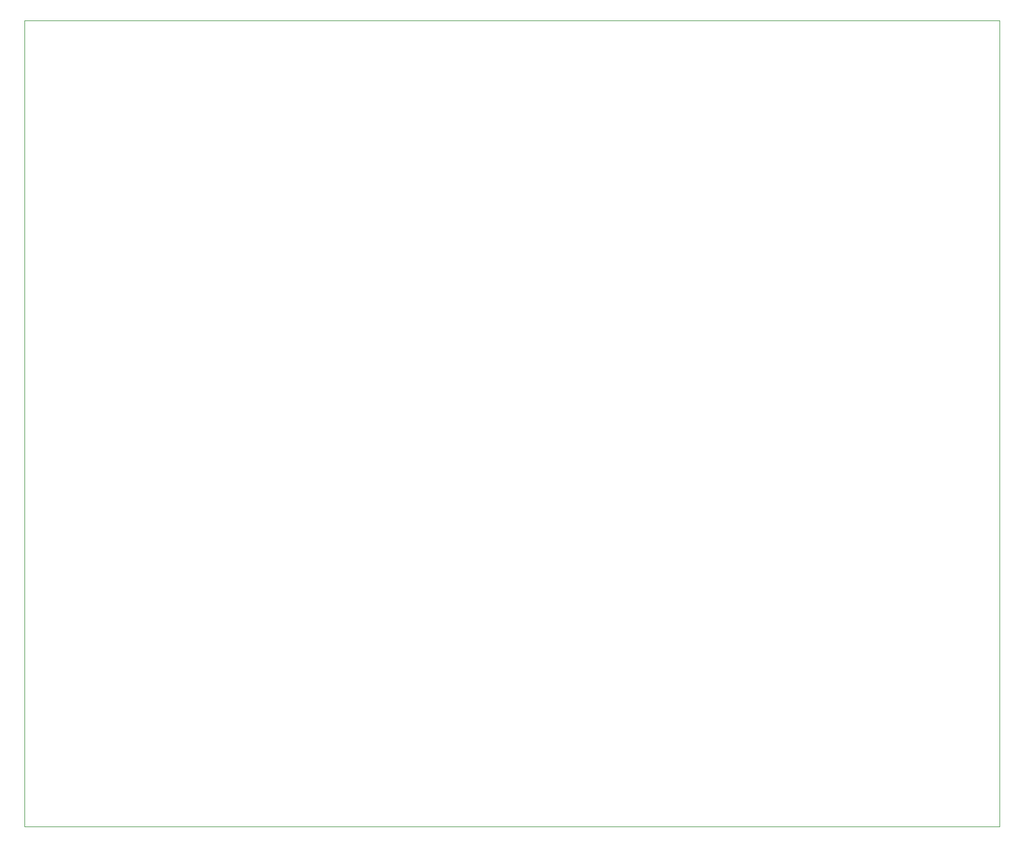
<source format=gbr>
G04 #@! TF.GenerationSoftware,KiCad,Pcbnew,7.0.1*
G04 #@! TF.CreationDate,2023-04-02T21:08:12+02:00*
G04 #@! TF.ProjectId,Victor HC90 Cart,56696374-6f72-4204-9843-393020436172,rev?*
G04 #@! TF.SameCoordinates,Original*
G04 #@! TF.FileFunction,Profile,NP*
%FSLAX46Y46*%
G04 Gerber Fmt 4.6, Leading zero omitted, Abs format (unit mm)*
G04 Created by KiCad (PCBNEW 7.0.1) date 2023-04-02 21:08:12*
%MOMM*%
%LPD*%
G01*
G04 APERTURE LIST*
G04 #@! TA.AperFunction,Profile*
%ADD10C,0.100000*%
G04 #@! TD*
G04 APERTURE END LIST*
D10*
X46980000Y-150000000D02*
X191980000Y-150000000D01*
X46980000Y-30000000D02*
X46980000Y-150000000D01*
X191980000Y-30000000D02*
X46980000Y-30000000D01*
X191980000Y-150000000D02*
X191980000Y-30000000D01*
M02*

</source>
